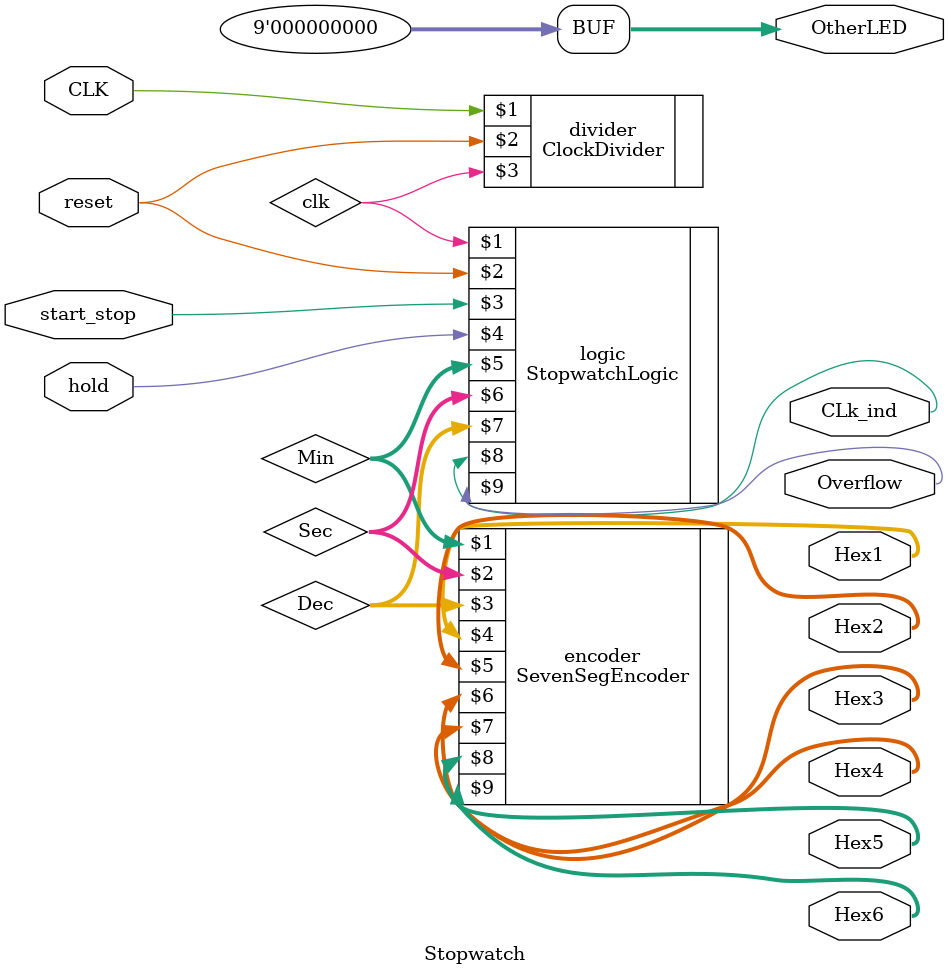
<source format=v>
module Stopwatch(

	input CLK,         //50MHz clock signal
	input reset,       //reset switch, 0 means reset
	input start_stop,  //start or stop button, 1-not pressed, 0-pressed
	input hold,        //pause button, 1-not pressed, 0-pressed
	
	output [6:0] Hex1,  //tens of minutes
	output [6:0] Hex2,  //ones of minutes
	output [6:0] Hex3,  //tens of seconds
	output [6:0] Hex4,  //ones of seconds
	output [6:0] Hex5,  //hundreds of miliseconds
	output [6:0] Hex6,  //tens of miliseconds
	output CLk_ind,     //Clock indication signal flash every 1 second
	output Overflow,    //Overflow occurs when the timer reaches 99min99s99cs
	output [8:0] OtherLED     //Set other LEDs to be black
	
);

	wire clk;  //100Hz clock signal
	wire[6:0] Min;  //number of miutes
	wire[5:0] Sec;  //number of seconds
	wire[6:0] Dec;  //number of centiseconds
	
	assign OtherLED = 7'b0000000;  //Set other LEDs to be black

	ClockDivider divider(
		CLK,
		reset,
		clk
	);

	StopwatchLogic logic(
		clk,
		reset,
		start_stop,
		hold,
		
		Min[6:0],
		Sec[5:0],
		Dec[6:0],
		CLk_ind,  
		Overflow
	);

	SevenSegEncoder encoder(
		Min[6:0],
		Sec[5:0],
		Dec[6:0],
		
		Hex1[6:0],
		Hex2[6:0],
		Hex3[6:0],
		Hex4[6:0],
		Hex5[6:0],
		Hex6[6:0]
	);

endmodule

</source>
